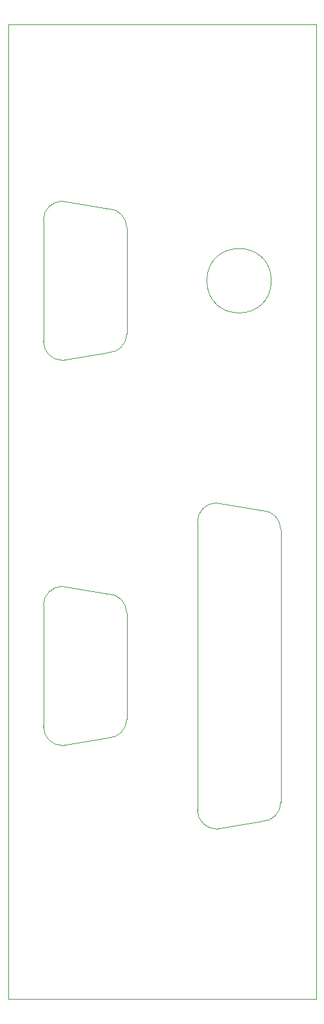
<source format=gm1>
G04 #@! TF.GenerationSoftware,KiCad,Pcbnew,(6.0.9-0)*
G04 #@! TF.CreationDate,2023-02-07T08:36:36+01:00*
G04 #@! TF.ProjectId,fp_SDU460,66705f53-4455-4343-9630-2e6b69636164,A*
G04 #@! TF.SameCoordinates,Original*
G04 #@! TF.FileFunction,Profile,NP*
%FSLAX46Y46*%
G04 Gerber Fmt 4.6, Leading zero omitted, Abs format (unit mm)*
G04 Created by KiCad (PCBNEW (6.0.9-0)) date 2023-02-07 08:36:36*
%MOMM*%
%LPD*%
G01*
G04 APERTURE LIST*
G04 #@! TA.AperFunction,Profile*
%ADD10C,0.100000*%
G04 #@! TD*
G04 #@! TA.AperFunction,Profile*
%ADD11C,0.120000*%
G04 #@! TD*
G04 APERTURE END LIST*
D10*
X66040000Y-42405000D02*
X106680000Y-42405000D01*
X106680000Y-42405000D02*
X106680000Y-170955000D01*
X106680000Y-170955000D02*
X66040000Y-170955000D01*
X66040000Y-170955000D02*
X66040000Y-42405000D01*
X100770000Y-76200000D02*
G75*
G03*
X100770000Y-76200000I-4250000J0D01*
G01*
D11*
X73200000Y-65700000D02*
X79200000Y-66700000D01*
X70700000Y-84200000D02*
X70700000Y-68200000D01*
X81700000Y-83200000D02*
X81700000Y-69200000D01*
X73200000Y-86700000D02*
X79200000Y-85700000D01*
X73200000Y-65700000D02*
G75*
G03*
X70700000Y-68200000I0J-2500000D01*
G01*
X70700000Y-84200000D02*
G75*
G03*
X73200000Y-86700000I2500000J0D01*
G01*
X81700000Y-69200000D02*
G75*
G03*
X79200000Y-66700000I-2500000J0D01*
G01*
X79200000Y-85700000D02*
G75*
G03*
X81700000Y-83200000I0J2500000D01*
G01*
X102020000Y-145000000D02*
X102020000Y-109000000D01*
X93520000Y-105500000D02*
X99520000Y-106500000D01*
X91020000Y-108000000D02*
X91020000Y-146000000D01*
X93520000Y-148500000D02*
X99520000Y-147500000D01*
X102020000Y-109000000D02*
G75*
G03*
X99520000Y-106500000I-2500000J0D01*
G01*
X99520000Y-147500000D02*
G75*
G03*
X102020000Y-145000000I0J2500000D01*
G01*
X93520000Y-105500000D02*
G75*
G03*
X91020000Y-108000000I0J-2500000D01*
G01*
X91020000Y-146000000D02*
G75*
G03*
X93520000Y-148500000I2500000J0D01*
G01*
X81700000Y-134000000D02*
X81700000Y-120000000D01*
X73200000Y-137500000D02*
X79200000Y-136500000D01*
X73200000Y-116500000D02*
X79200000Y-117500000D01*
X70700000Y-135000000D02*
X70700000Y-119000000D01*
X70700000Y-135000000D02*
G75*
G03*
X73200000Y-137500000I2500000J0D01*
G01*
X79200000Y-136500000D02*
G75*
G03*
X81700000Y-134000000I0J2500000D01*
G01*
X73200000Y-116500000D02*
G75*
G03*
X70700000Y-119000000I0J-2500000D01*
G01*
X81700000Y-120000000D02*
G75*
G03*
X79200000Y-117500000I-2500000J0D01*
G01*
M02*

</source>
